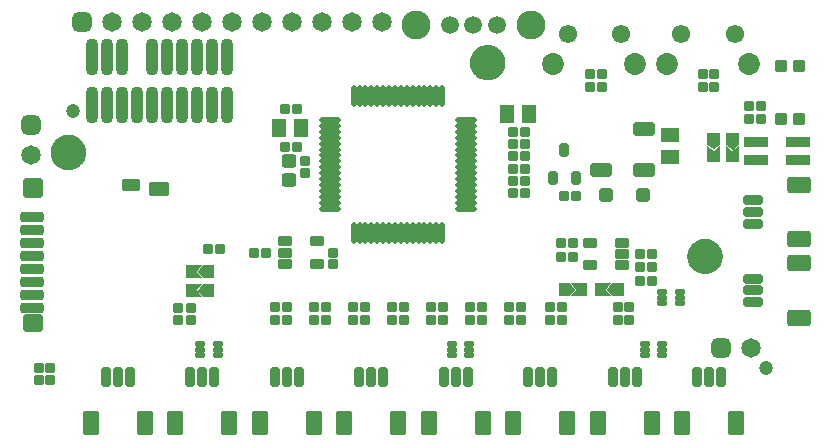
<source format=gbs>
G04*
G04 #@! TF.GenerationSoftware,Altium Limited,Altium Designer,18.1.6 (161)*
G04*
G04 Layer_Color=16711935*
%FSTAX24Y24*%
%MOIN*%
G70*
G01*
G75*
G04:AMPARAMS|DCode=33|XSize=33.6mil|YSize=33.6mil|CornerRadius=6.6mil|HoleSize=0mil|Usage=FLASHONLY|Rotation=270.000|XOffset=0mil|YOffset=0mil|HoleType=Round|Shape=RoundedRectangle|*
%AMROUNDEDRECTD33*
21,1,0.0336,0.0205,0,0,270.0*
21,1,0.0205,0.0336,0,0,270.0*
1,1,0.0131,-0.0102,-0.0102*
1,1,0.0131,-0.0102,0.0102*
1,1,0.0131,0.0102,0.0102*
1,1,0.0131,0.0102,-0.0102*
%
%ADD33ROUNDEDRECTD33*%
G04:AMPARAMS|DCode=35|XSize=33.6mil|YSize=33.6mil|CornerRadius=6.6mil|HoleSize=0mil|Usage=FLASHONLY|Rotation=0.000|XOffset=0mil|YOffset=0mil|HoleType=Round|Shape=RoundedRectangle|*
%AMROUNDEDRECTD35*
21,1,0.0336,0.0205,0,0,0.0*
21,1,0.0205,0.0336,0,0,0.0*
1,1,0.0131,0.0102,-0.0102*
1,1,0.0131,-0.0102,-0.0102*
1,1,0.0131,-0.0102,0.0102*
1,1,0.0131,0.0102,0.0102*
%
%ADD35ROUNDEDRECTD35*%
%ADD36C,0.0474*%
%ADD37R,0.0375X0.0434*%
%ADD38R,0.0434X0.0375*%
G04:AMPARAMS|DCode=40|XSize=31.6mil|YSize=47.4mil|CornerRadius=5.2mil|HoleSize=0mil|Usage=FLASHONLY|Rotation=270.000|XOffset=0mil|YOffset=0mil|HoleType=Round|Shape=RoundedRectangle|*
%AMROUNDEDRECTD40*
21,1,0.0316,0.0370,0,0,270.0*
21,1,0.0213,0.0474,0,0,270.0*
1,1,0.0104,-0.0185,-0.0106*
1,1,0.0104,-0.0185,0.0106*
1,1,0.0104,0.0185,0.0106*
1,1,0.0104,0.0185,-0.0106*
%
%ADD40ROUNDEDRECTD40*%
G04:AMPARAMS|DCode=41|XSize=47.4mil|YSize=43.4mil|CornerRadius=7.5mil|HoleSize=0mil|Usage=FLASHONLY|Rotation=0.000|XOffset=0mil|YOffset=0mil|HoleType=Round|Shape=RoundedRectangle|*
%AMROUNDEDRECTD41*
21,1,0.0474,0.0283,0,0,0.0*
21,1,0.0323,0.0434,0,0,0.0*
1,1,0.0151,0.0161,-0.0142*
1,1,0.0151,-0.0161,-0.0142*
1,1,0.0151,-0.0161,0.0142*
1,1,0.0151,0.0161,0.0142*
%
%ADD41ROUNDEDRECTD41*%
%ADD47C,0.0730*%
%ADD48C,0.0611*%
%ADD49C,0.0595*%
%ADD50C,0.0966*%
G04:AMPARAMS|DCode=51|XSize=65.1mil|YSize=65.1mil|CornerRadius=18.3mil|HoleSize=0mil|Usage=FLASHONLY|Rotation=270.000|XOffset=0mil|YOffset=0mil|HoleType=Round|Shape=RoundedRectangle|*
%AMROUNDEDRECTD51*
21,1,0.0651,0.0285,0,0,270.0*
21,1,0.0285,0.0651,0,0,270.0*
1,1,0.0365,-0.0143,-0.0143*
1,1,0.0365,-0.0143,0.0143*
1,1,0.0365,0.0143,0.0143*
1,1,0.0365,0.0143,-0.0143*
%
%ADD51ROUNDEDRECTD51*%
%ADD52C,0.0651*%
G04:AMPARAMS|DCode=53|XSize=65.1mil|YSize=65.1mil|CornerRadius=18.3mil|HoleSize=0mil|Usage=FLASHONLY|Rotation=180.000|XOffset=0mil|YOffset=0mil|HoleType=Round|Shape=RoundedRectangle|*
%AMROUNDEDRECTD53*
21,1,0.0651,0.0285,0,0,180.0*
21,1,0.0285,0.0651,0,0,180.0*
1,1,0.0365,-0.0143,0.0143*
1,1,0.0365,0.0143,0.0143*
1,1,0.0365,0.0143,-0.0143*
1,1,0.0365,-0.0143,-0.0143*
%
%ADD53ROUNDEDRECTD53*%
G04:AMPARAMS|DCode=90|XSize=31.6mil|YSize=47.4mil|CornerRadius=6.4mil|HoleSize=0mil|Usage=FLASHONLY|Rotation=0.000|XOffset=0mil|YOffset=0mil|HoleType=Round|Shape=RoundedRectangle|*
%AMROUNDEDRECTD90*
21,1,0.0316,0.0346,0,0,0.0*
21,1,0.0189,0.0474,0,0,0.0*
1,1,0.0127,0.0094,-0.0173*
1,1,0.0127,-0.0094,-0.0173*
1,1,0.0127,-0.0094,0.0173*
1,1,0.0127,0.0094,0.0173*
%
%ADD90ROUNDEDRECTD90*%
%ADD91R,0.0789X0.0356*%
G04:AMPARAMS|DCode=92|XSize=39.5mil|YSize=39.5mil|CornerRadius=7.9mil|HoleSize=0mil|Usage=FLASHONLY|Rotation=270.000|XOffset=0mil|YOffset=0mil|HoleType=Round|Shape=RoundedRectangle|*
%AMROUNDEDRECTD92*
21,1,0.0395,0.0236,0,0,270.0*
21,1,0.0236,0.0395,0,0,270.0*
1,1,0.0159,-0.0118,-0.0118*
1,1,0.0159,-0.0118,0.0118*
1,1,0.0159,0.0118,0.0118*
1,1,0.0159,0.0118,-0.0118*
%
%ADD92ROUNDEDRECTD92*%
G04:AMPARAMS|DCode=93|XSize=63.1mil|YSize=49.3mil|CornerRadius=8.1mil|HoleSize=0mil|Usage=FLASHONLY|Rotation=90.000|XOffset=0mil|YOffset=0mil|HoleType=Round|Shape=RoundedRectangle|*
%AMROUNDEDRECTD93*
21,1,0.0631,0.0331,0,0,90.0*
21,1,0.0469,0.0493,0,0,90.0*
1,1,0.0163,0.0165,0.0234*
1,1,0.0163,0.0165,-0.0234*
1,1,0.0163,-0.0165,-0.0234*
1,1,0.0163,-0.0165,0.0234*
%
%ADD93ROUNDEDRECTD93*%
G04:AMPARAMS|DCode=94|XSize=19.8mil|YSize=71mil|CornerRadius=7mil|HoleSize=0mil|Usage=FLASHONLY|Rotation=180.000|XOffset=0mil|YOffset=0mil|HoleType=Round|Shape=RoundedRectangle|*
%AMROUNDEDRECTD94*
21,1,0.0198,0.0571,0,0,180.0*
21,1,0.0059,0.0710,0,0,180.0*
1,1,0.0139,-0.0030,0.0285*
1,1,0.0139,0.0030,0.0285*
1,1,0.0139,0.0030,-0.0285*
1,1,0.0139,-0.0030,-0.0285*
%
%ADD94ROUNDEDRECTD94*%
G04:AMPARAMS|DCode=95|XSize=19.8mil|YSize=71mil|CornerRadius=7mil|HoleSize=0mil|Usage=FLASHONLY|Rotation=270.000|XOffset=0mil|YOffset=0mil|HoleType=Round|Shape=RoundedRectangle|*
%AMROUNDEDRECTD95*
21,1,0.0198,0.0571,0,0,270.0*
21,1,0.0059,0.0710,0,0,270.0*
1,1,0.0139,-0.0285,-0.0030*
1,1,0.0139,-0.0285,0.0030*
1,1,0.0139,0.0285,0.0030*
1,1,0.0139,0.0285,-0.0030*
%
%ADD95ROUNDEDRECTD95*%
G04:AMPARAMS|DCode=96|XSize=43.4mil|YSize=45.4mil|CornerRadius=7.5mil|HoleSize=0mil|Usage=FLASHONLY|Rotation=90.000|XOffset=0mil|YOffset=0mil|HoleType=Round|Shape=RoundedRectangle|*
%AMROUNDEDRECTD96*
21,1,0.0434,0.0303,0,0,90.0*
21,1,0.0283,0.0454,0,0,90.0*
1,1,0.0151,0.0152,0.0142*
1,1,0.0151,0.0152,-0.0142*
1,1,0.0151,-0.0152,-0.0142*
1,1,0.0151,-0.0152,0.0142*
%
%ADD96ROUNDEDRECTD96*%
G04:AMPARAMS|DCode=97|XSize=34.4mil|YSize=19.8mil|CornerRadius=5.5mil|HoleSize=0mil|Usage=FLASHONLY|Rotation=0.000|XOffset=0mil|YOffset=0mil|HoleType=Round|Shape=RoundedRectangle|*
%AMROUNDEDRECTD97*
21,1,0.0344,0.0089,0,0,0.0*
21,1,0.0234,0.0198,0,0,0.0*
1,1,0.0110,0.0117,-0.0044*
1,1,0.0110,-0.0117,-0.0044*
1,1,0.0110,-0.0117,0.0044*
1,1,0.0110,0.0117,0.0044*
%
%ADD97ROUNDEDRECTD97*%
G04:AMPARAMS|DCode=98|XSize=67.1mil|YSize=31.6mil|CornerRadius=9.9mil|HoleSize=0mil|Usage=FLASHONLY|Rotation=180.000|XOffset=0mil|YOffset=0mil|HoleType=Round|Shape=RoundedRectangle|*
%AMROUNDEDRECTD98*
21,1,0.0671,0.0118,0,0,180.0*
21,1,0.0472,0.0316,0,0,180.0*
1,1,0.0198,-0.0236,0.0059*
1,1,0.0198,0.0236,0.0059*
1,1,0.0198,0.0236,-0.0059*
1,1,0.0198,-0.0236,-0.0059*
%
%ADD98ROUNDEDRECTD98*%
G04:AMPARAMS|DCode=99|XSize=55.2mil|YSize=78.9mil|CornerRadius=8.7mil|HoleSize=0mil|Usage=FLASHONLY|Rotation=90.000|XOffset=0mil|YOffset=0mil|HoleType=Round|Shape=RoundedRectangle|*
%AMROUNDEDRECTD99*
21,1,0.0552,0.0614,0,0,90.0*
21,1,0.0378,0.0789,0,0,90.0*
1,1,0.0174,0.0307,0.0189*
1,1,0.0174,0.0307,-0.0189*
1,1,0.0174,-0.0307,-0.0189*
1,1,0.0174,-0.0307,0.0189*
%
%ADD99ROUNDEDRECTD99*%
G04:AMPARAMS|DCode=100|XSize=67.1mil|YSize=31.6mil|CornerRadius=9.9mil|HoleSize=0mil|Usage=FLASHONLY|Rotation=90.000|XOffset=0mil|YOffset=0mil|HoleType=Round|Shape=RoundedRectangle|*
%AMROUNDEDRECTD100*
21,1,0.0671,0.0118,0,0,90.0*
21,1,0.0472,0.0316,0,0,90.0*
1,1,0.0198,0.0059,0.0236*
1,1,0.0198,0.0059,-0.0236*
1,1,0.0198,-0.0059,-0.0236*
1,1,0.0198,-0.0059,0.0236*
%
%ADD100ROUNDEDRECTD100*%
G04:AMPARAMS|DCode=101|XSize=55.2mil|YSize=78.9mil|CornerRadius=8.7mil|HoleSize=0mil|Usage=FLASHONLY|Rotation=0.000|XOffset=0mil|YOffset=0mil|HoleType=Round|Shape=RoundedRectangle|*
%AMROUNDEDRECTD101*
21,1,0.0552,0.0614,0,0,0.0*
21,1,0.0378,0.0789,0,0,0.0*
1,1,0.0174,0.0189,-0.0307*
1,1,0.0174,-0.0189,-0.0307*
1,1,0.0174,-0.0189,0.0307*
1,1,0.0174,0.0189,0.0307*
%
%ADD101ROUNDEDRECTD101*%
G04:AMPARAMS|DCode=102|XSize=35.6mil|YSize=76.9mil|CornerRadius=7.4mil|HoleSize=0mil|Usage=FLASHONLY|Rotation=90.000|XOffset=0mil|YOffset=0mil|HoleType=Round|Shape=RoundedRectangle|*
%AMROUNDEDRECTD102*
21,1,0.0356,0.0620,0,0,90.0*
21,1,0.0207,0.0769,0,0,90.0*
1,1,0.0149,0.0310,0.0103*
1,1,0.0149,0.0310,-0.0103*
1,1,0.0149,-0.0310,-0.0103*
1,1,0.0149,-0.0310,0.0103*
%
%ADD102ROUNDEDRECTD102*%
G04:AMPARAMS|DCode=103|XSize=47.4mil|YSize=69mil|CornerRadius=8.9mil|HoleSize=0mil|Usage=FLASHONLY|Rotation=90.000|XOffset=0mil|YOffset=0mil|HoleType=Round|Shape=RoundedRectangle|*
%AMROUNDEDRECTD103*
21,1,0.0474,0.0512,0,0,90.0*
21,1,0.0295,0.0690,0,0,90.0*
1,1,0.0178,0.0256,0.0148*
1,1,0.0178,0.0256,-0.0148*
1,1,0.0178,-0.0256,-0.0148*
1,1,0.0178,-0.0256,0.0148*
%
%ADD103ROUNDEDRECTD103*%
G04:AMPARAMS|DCode=104|XSize=67.1mil|YSize=67.1mil|CornerRadius=11.4mil|HoleSize=0mil|Usage=FLASHONLY|Rotation=90.000|XOffset=0mil|YOffset=0mil|HoleType=Round|Shape=RoundedRectangle|*
%AMROUNDEDRECTD104*
21,1,0.0671,0.0443,0,0,90.0*
21,1,0.0443,0.0671,0,0,90.0*
1,1,0.0228,0.0221,0.0221*
1,1,0.0228,0.0221,-0.0221*
1,1,0.0228,-0.0221,-0.0221*
1,1,0.0228,-0.0221,0.0221*
%
%ADD104ROUNDEDRECTD104*%
G04:AMPARAMS|DCode=105|XSize=59.2mil|YSize=67.1mil|CornerRadius=10.4mil|HoleSize=0mil|Usage=FLASHONLY|Rotation=90.000|XOffset=0mil|YOffset=0mil|HoleType=Round|Shape=RoundedRectangle|*
%AMROUNDEDRECTD105*
21,1,0.0592,0.0463,0,0,90.0*
21,1,0.0384,0.0671,0,0,90.0*
1,1,0.0208,0.0231,0.0192*
1,1,0.0208,0.0231,-0.0192*
1,1,0.0208,-0.0231,-0.0192*
1,1,0.0208,-0.0231,0.0192*
%
%ADD105ROUNDEDRECTD105*%
G04:AMPARAMS|DCode=106|XSize=39.5mil|YSize=63.1mil|CornerRadius=7.9mil|HoleSize=0mil|Usage=FLASHONLY|Rotation=90.000|XOffset=0mil|YOffset=0mil|HoleType=Round|Shape=RoundedRectangle|*
%AMROUNDEDRECTD106*
21,1,0.0395,0.0472,0,0,90.0*
21,1,0.0236,0.0631,0,0,90.0*
1,1,0.0159,0.0236,0.0118*
1,1,0.0159,0.0236,-0.0118*
1,1,0.0159,-0.0236,-0.0118*
1,1,0.0159,-0.0236,0.0118*
%
%ADD106ROUNDEDRECTD106*%
G04:AMPARAMS|DCode=107|XSize=117.8mil|YSize=37.1mil|CornerRadius=11.3mil|HoleSize=0mil|Usage=FLASHONLY|Rotation=270.000|XOffset=0mil|YOffset=0mil|HoleType=Round|Shape=RoundedRectangle|*
%AMROUNDEDRECTD107*
21,1,0.1178,0.0146,0,0,270.0*
21,1,0.0953,0.0371,0,0,270.0*
1,1,0.0226,-0.0073,-0.0476*
1,1,0.0226,-0.0073,0.0476*
1,1,0.0226,0.0073,0.0476*
1,1,0.0226,0.0073,-0.0476*
%
%ADD107ROUNDEDRECTD107*%
G04:AMPARAMS|DCode=108|XSize=63.1mil|YSize=49.3mil|CornerRadius=8.1mil|HoleSize=0mil|Usage=FLASHONLY|Rotation=0.000|XOffset=0mil|YOffset=0mil|HoleType=Round|Shape=RoundedRectangle|*
%AMROUNDEDRECTD108*
21,1,0.0631,0.0331,0,0,0.0*
21,1,0.0469,0.0493,0,0,0.0*
1,1,0.0163,0.0234,-0.0165*
1,1,0.0163,-0.0234,-0.0165*
1,1,0.0163,-0.0234,0.0165*
1,1,0.0163,0.0234,0.0165*
%
%ADD108ROUNDEDRECTD108*%
G04:AMPARAMS|DCode=109|XSize=74.9mil|YSize=47.4mil|CornerRadius=13.8mil|HoleSize=0mil|Usage=FLASHONLY|Rotation=180.000|XOffset=0mil|YOffset=0mil|HoleType=Round|Shape=RoundedRectangle|*
%AMROUNDEDRECTD109*
21,1,0.0749,0.0197,0,0,180.0*
21,1,0.0472,0.0474,0,0,180.0*
1,1,0.0277,-0.0236,0.0098*
1,1,0.0277,0.0236,0.0098*
1,1,0.0277,0.0236,-0.0098*
1,1,0.0277,-0.0236,-0.0098*
%
%ADD109ROUNDEDRECTD109*%
G36*
X02683Y023895D02*
X026868Y02389D01*
X026906Y023883D01*
X026943Y023873D01*
X02698Y02386D01*
X027016Y023845D01*
X02705Y023828D01*
X027084Y023809D01*
X027116Y023787D01*
X027146Y023764D01*
X027176Y023738D01*
X027203Y023711D01*
X027228Y023682D01*
X027252Y023651D01*
X027273Y023619D01*
X027293Y023586D01*
X02731Y023551D01*
X027325Y023515D01*
X027337Y023479D01*
X027347Y023441D01*
X027355Y023403D01*
X02736Y023365D01*
X027362Y023326D01*
Y023307D01*
Y023288D01*
X02736Y023249D01*
X027355Y023211D01*
X027347Y023173D01*
X027337Y023136D01*
X027325Y023099D01*
X02731Y023063D01*
X027293Y023029D01*
X027273Y022995D01*
X027252Y022963D01*
X027228Y022932D01*
X027203Y022903D01*
X027176Y022876D01*
X027146Y02285D01*
X027116Y022827D01*
X027084Y022805D01*
X02705Y022786D01*
X027016Y022769D01*
X02698Y022754D01*
X026943Y022742D01*
X026906Y022732D01*
X026868Y022724D01*
X02683Y022719D01*
X026791Y022717D01*
X026752D01*
X026714Y022719D01*
X026675Y022724D01*
X026637Y022732D01*
X0266Y022742D01*
X026564Y022754D01*
X026528Y022769D01*
X026493Y022786D01*
X02646Y022805D01*
X026427Y022827D01*
X026397Y02285D01*
X026368Y022876D01*
X02634Y022903D01*
X026315Y022932D01*
X026291Y022963D01*
X02627Y022995D01*
X026251Y023029D01*
X026233Y023063D01*
X026219Y023099D01*
X026206Y023136D01*
X026196Y023173D01*
X026189Y023211D01*
X026184Y023249D01*
X026181Y023288D01*
Y023307D01*
Y023326D01*
X026184Y023365D01*
X026189Y023403D01*
X026196Y023441D01*
X026206Y023479D01*
X026219Y023515D01*
X026233Y023551D01*
X026251Y023586D01*
X02627Y023619D01*
X026291Y023651D01*
X026315Y023682D01*
X02634Y023711D01*
X026368Y023738D01*
X026397Y023764D01*
X026427Y023787D01*
X02646Y023809D01*
X026493Y023828D01*
X026528Y023845D01*
X026564Y02386D01*
X0266Y023873D01*
X026637Y023883D01*
X026675Y02389D01*
X026714Y023895D01*
X026752Y023898D01*
X026791D01*
X02683Y023895D01*
D02*
G37*
G36*
X034521Y020568D02*
X034307Y020408D01*
X034087Y020573D01*
X034087Y020947D01*
X034521Y020947D01*
X034521Y020568D01*
D02*
G37*
G36*
X035149Y020564D02*
X034936Y020404D01*
X034716Y020569D01*
X034716Y020943D01*
X035149Y020943D01*
X035149Y020564D01*
D02*
G37*
G36*
X034304Y02037D02*
X034521Y020533D01*
X034521Y019992D01*
X034087Y019992D01*
Y02054D01*
X034304Y02037D01*
D02*
G37*
G36*
X034932Y020366D02*
X03515Y020529D01*
X03515Y019988D01*
X034716Y019988D01*
X034716Y020536D01*
X034932Y020366D01*
D02*
G37*
G36*
X012853Y020903D02*
X012892Y020898D01*
X012929Y02089D01*
X012967Y02088D01*
X013003Y020868D01*
X013039Y020853D01*
X013074Y020836D01*
X013107Y020817D01*
X013139Y020795D01*
X01317Y020772D01*
X013199Y020746D01*
X013227Y020719D01*
X013252Y02069D01*
X013276Y020659D01*
X013297Y020627D01*
X013316Y020593D01*
X013333Y020559D01*
X013348Y020523D01*
X013361Y020486D01*
X013371Y020449D01*
X013378Y020411D01*
X013383Y020373D01*
X013386Y020334D01*
Y020315D01*
Y020296D01*
X013383Y020257D01*
X013378Y020219D01*
X013371Y020181D01*
X013361Y020143D01*
X013348Y020107D01*
X013333Y020071D01*
X013316Y020036D01*
X013297Y020003D01*
X013276Y019971D01*
X013252Y01994D01*
X013227Y019911D01*
X013199Y019884D01*
X01317Y019858D01*
X013139Y019835D01*
X013107Y019813D01*
X013074Y019794D01*
X013039Y019777D01*
X013003Y019762D01*
X012967Y01975D01*
X012929Y01974D01*
X012892Y019732D01*
X012853Y019727D01*
X012815Y019724D01*
X012776D01*
X012737Y019727D01*
X012699Y019732D01*
X012661Y01974D01*
X012624Y01975D01*
X012587Y019762D01*
X012551Y019777D01*
X012517Y019794D01*
X012483Y019813D01*
X012451Y019835D01*
X01242Y019858D01*
X012391Y019884D01*
X012364Y019911D01*
X012339Y01994D01*
X012315Y019971D01*
X012294Y020003D01*
X012274Y020036D01*
X012257Y020071D01*
X012242Y020107D01*
X01223Y020143D01*
X01222Y020181D01*
X012212Y020219D01*
X012207Y020257D01*
X012205Y020296D01*
Y020315D01*
Y020334D01*
X012207Y020373D01*
X012212Y020411D01*
X01222Y020449D01*
X01223Y020486D01*
X012242Y020523D01*
X012257Y020559D01*
X012274Y020593D01*
X012294Y020627D01*
X012315Y020659D01*
X012339Y02069D01*
X012364Y020719D01*
X012391Y020746D01*
X01242Y020772D01*
X012451Y020795D01*
X012483Y020817D01*
X012517Y020836D01*
X012551Y020853D01*
X012587Y020868D01*
X012624Y02088D01*
X012661Y02089D01*
X012699Y020898D01*
X012737Y020903D01*
X012776Y020906D01*
X012815D01*
X012853Y020903D01*
D02*
G37*
G36*
X034074Y017438D02*
X034112Y017433D01*
X03415Y017426D01*
X034187Y017416D01*
X034224Y017403D01*
X03426Y017389D01*
X034294Y017371D01*
X034328Y017352D01*
X03436Y017331D01*
X034391Y017307D01*
X03442Y017282D01*
X034447Y017254D01*
X034472Y017225D01*
X034496Y017195D01*
X034518Y017162D01*
X034537Y017129D01*
X034554Y017094D01*
X034569Y017059D01*
X034581Y017022D01*
X034591Y016985D01*
X034599Y016947D01*
X034604Y016908D01*
X034606Y01687D01*
Y01685D01*
Y016831D01*
X034604Y016792D01*
X034599Y016754D01*
X034591Y016716D01*
X034581Y016679D01*
X034569Y016642D01*
X034554Y016607D01*
X034537Y016572D01*
X034518Y016538D01*
X034496Y016506D01*
X034472Y016476D01*
X034447Y016446D01*
X03442Y016419D01*
X034391Y016394D01*
X03436Y01637D01*
X034328Y016349D01*
X034294Y016329D01*
X03426Y016312D01*
X034224Y016297D01*
X034187Y016285D01*
X03415Y016275D01*
X034112Y016267D01*
X034074Y016262D01*
X034035Y01626D01*
X033996D01*
X033958Y016262D01*
X033919Y016267D01*
X033882Y016275D01*
X033844Y016285D01*
X033808Y016297D01*
X033772Y016312D01*
X033737Y016329D01*
X033704Y016349D01*
X033672Y01637D01*
X033641Y016394D01*
X033612Y016419D01*
X033584Y016446D01*
X033559Y016476D01*
X033535Y016506D01*
X033514Y016538D01*
X033495Y016572D01*
X033478Y016607D01*
X033463Y016642D01*
X03345Y016679D01*
X03344Y016716D01*
X033433Y016754D01*
X033428Y016792D01*
X033425Y016831D01*
Y01685D01*
Y01687D01*
X033428Y016908D01*
X033433Y016947D01*
X03344Y016985D01*
X03345Y017022D01*
X033463Y017059D01*
X033478Y017094D01*
X033495Y017129D01*
X033514Y017162D01*
X033535Y017195D01*
X033559Y017225D01*
X033584Y017254D01*
X033612Y017282D01*
X033641Y017307D01*
X033672Y017331D01*
X033704Y017352D01*
X033737Y017371D01*
X033772Y017389D01*
X033808Y017403D01*
X033844Y017416D01*
X033882Y017426D01*
X033919Y017433D01*
X033958Y017438D01*
X033996Y017441D01*
X034035D01*
X034074Y017438D01*
D02*
G37*
G36*
X017663Y016555D02*
Y016122D01*
X017283Y016122D01*
X017123Y016335D01*
X017289Y016556D01*
X017663Y016555D01*
D02*
G37*
G36*
X017256Y016555D02*
X017085Y016339D01*
X017248Y016121D01*
X016707Y016121D01*
X016708Y016555D01*
X017256Y016555D01*
D02*
G37*
G36*
X030092Y015954D02*
X030092Y01552D01*
X029544D01*
X029715Y015737D01*
X029551Y015954D01*
X030092Y015954D01*
D02*
G37*
G36*
X029676Y01574D02*
X029511Y01552D01*
X029137Y01552D01*
X029137Y015954D01*
X029517Y015954D01*
X029676Y01574D01*
D02*
G37*
G36*
X031302Y015954D02*
X031302Y01552D01*
X030923Y01552D01*
X030763Y015733D01*
X030928Y015954D01*
X031302Y015954D01*
D02*
G37*
G36*
X030896Y015954D02*
X030725Y015737D01*
X030888Y01552D01*
X030347Y01552D01*
X030347Y015954D01*
X030896Y015954D01*
D02*
G37*
G36*
X017663Y015926D02*
X017663Y015492D01*
X017283Y015492D01*
X017123Y015705D01*
X017289Y015926D01*
X017663Y015926D01*
D02*
G37*
G36*
X017256Y015926D02*
X017085Y015709D01*
X017248Y015491D01*
X016707Y015492D01*
X016708Y015926D01*
X017256Y015926D01*
D02*
G37*
D33*
X035892Y021867D02*
D03*
X035498D02*
D03*
X035892Y021417D02*
D03*
X035498Y021417D02*
D03*
X034331Y02248D02*
D03*
X033937Y02248D02*
D03*
X034331Y022913D02*
D03*
X033937D02*
D03*
X030197Y022913D02*
D03*
X030591Y022913D02*
D03*
X030197Y02248D02*
D03*
X030591Y02248D02*
D03*
X020414Y021758D02*
D03*
X02002Y021758D02*
D03*
X020414Y020498D02*
D03*
X02002Y020498D02*
D03*
X027619Y020984D02*
D03*
X028012Y020984D02*
D03*
X027619Y018973D02*
D03*
X028012Y018973D02*
D03*
X029724Y018858D02*
D03*
X029331Y018858D02*
D03*
X031854Y016929D02*
D03*
X032248Y016929D02*
D03*
X031854Y016496D02*
D03*
X032248D02*
D03*
X032248Y016024D02*
D03*
X031854Y016024D02*
D03*
X029606Y017283D02*
D03*
X029213Y017283D02*
D03*
X029606Y016811D02*
D03*
X029213Y016811D02*
D03*
X031102Y014724D02*
D03*
X031496Y014724D02*
D03*
Y015157D02*
D03*
X031102Y015157D02*
D03*
X029252Y015157D02*
D03*
X028858Y015157D02*
D03*
X029252Y014724D02*
D03*
X028858Y014724D02*
D03*
X027874Y015157D02*
D03*
X02748Y015157D02*
D03*
X027874Y014724D02*
D03*
X02748Y014724D02*
D03*
X026573Y015157D02*
D03*
X02618Y015157D02*
D03*
X02618Y014724D02*
D03*
X026573Y014724D02*
D03*
X025272Y015157D02*
D03*
X024879Y015157D02*
D03*
X024879Y014724D02*
D03*
X025272Y014724D02*
D03*
X023578Y014724D02*
D03*
X023972Y014724D02*
D03*
X023972Y015157D02*
D03*
X023578Y015157D02*
D03*
X022671Y015157D02*
D03*
X022277Y015157D02*
D03*
X022671Y014724D02*
D03*
X022277Y014724D02*
D03*
X020976Y015157D02*
D03*
X02137Y015157D02*
D03*
X020976Y014724D02*
D03*
X02137Y014724D02*
D03*
X019676Y014724D02*
D03*
X020069Y014724D02*
D03*
X019676Y015157D02*
D03*
X020069Y015157D02*
D03*
X01937Y016968D02*
D03*
X018976Y016968D02*
D03*
X017441Y017087D02*
D03*
X017835Y017087D02*
D03*
X011801Y01312D02*
D03*
X012195Y01312D02*
D03*
X011801Y012741D02*
D03*
X012195D02*
D03*
D35*
X020689Y020026D02*
D03*
X020689Y019632D02*
D03*
X027619Y020183D02*
D03*
X027619Y020577D02*
D03*
X028012Y020577D02*
D03*
Y020183D02*
D03*
X028018Y019744D02*
D03*
Y01935D02*
D03*
X027624Y01935D02*
D03*
X027624Y019744D02*
D03*
X01689Y014724D02*
D03*
X01689Y015118D02*
D03*
X016457Y014724D02*
D03*
X016457Y015118D02*
D03*
X021614Y016968D02*
D03*
Y016575D02*
D03*
D36*
X012953Y021693D02*
D03*
X036063Y01311D02*
D03*
D37*
X031115Y015737D02*
D03*
X030535Y015737D02*
D03*
X029905Y015737D02*
D03*
X029324Y015737D02*
D03*
X016895Y016339D02*
D03*
X017475Y016339D02*
D03*
X017475Y015709D02*
D03*
X016895Y015709D02*
D03*
D38*
X034933Y020756D02*
D03*
X034933Y020175D02*
D03*
X034304Y02018D02*
D03*
X034304Y02076D02*
D03*
D40*
X030177Y017303D02*
D03*
Y016555D02*
D03*
X03124D02*
D03*
Y016929D02*
D03*
Y017303D02*
D03*
X02002Y016594D02*
D03*
X02002Y016968D02*
D03*
Y017343D02*
D03*
X021083Y017343D02*
D03*
X021083Y016594D02*
D03*
D41*
X020138Y019396D02*
D03*
X020138Y020026D02*
D03*
D47*
X035494Y023267D02*
D03*
X032734Y023267D02*
D03*
X031699Y023267D02*
D03*
X028939Y023267D02*
D03*
D48*
X035Y024247D02*
D03*
X033228D02*
D03*
X031205Y024247D02*
D03*
X029433Y024247D02*
D03*
D49*
X027087Y024567D02*
D03*
X026299D02*
D03*
X025512Y024567D02*
D03*
D50*
X02439Y024567D02*
D03*
X028209Y024567D02*
D03*
D51*
X013244Y024655D02*
D03*
X034539Y01378D02*
D03*
D52*
X023244Y024655D02*
D03*
X022244Y024655D02*
D03*
X021244D02*
D03*
X020244D02*
D03*
X019244Y024655D02*
D03*
X018244Y024655D02*
D03*
X017244Y024655D02*
D03*
X015244D02*
D03*
X014244Y024655D02*
D03*
X016244D02*
D03*
X035539Y01378D02*
D03*
X011535Y020209D02*
D03*
D53*
X011535Y021209D02*
D03*
D90*
X029705Y019449D02*
D03*
X028957Y019449D02*
D03*
X029331Y020394D02*
D03*
D91*
X035731Y020059D02*
D03*
Y02065D02*
D03*
X037109D02*
D03*
Y020059D02*
D03*
D92*
X037146Y021417D02*
D03*
X036556Y021417D02*
D03*
X037146Y023189D02*
D03*
X036556Y023189D02*
D03*
D93*
X020542Y021128D02*
D03*
X019813D02*
D03*
X028159Y021575D02*
D03*
X027431D02*
D03*
D94*
X025256Y022188D02*
D03*
X025059Y022188D02*
D03*
X024862Y022188D02*
D03*
X024665Y022188D02*
D03*
X024469D02*
D03*
X024272Y022188D02*
D03*
X024075D02*
D03*
X023878Y022188D02*
D03*
X023681Y022188D02*
D03*
X023484Y022188D02*
D03*
X023287D02*
D03*
X023091D02*
D03*
X022894Y022188D02*
D03*
X022697Y022188D02*
D03*
X0225Y022188D02*
D03*
X022303Y022188D02*
D03*
X022303Y017638D02*
D03*
X0225Y017638D02*
D03*
X022697Y017638D02*
D03*
X022894Y017638D02*
D03*
X023091D02*
D03*
X023287Y017638D02*
D03*
X023484D02*
D03*
X023681Y017638D02*
D03*
X023878Y017638D02*
D03*
X024075Y017638D02*
D03*
X024272D02*
D03*
X024469D02*
D03*
X024665Y017638D02*
D03*
X024862Y017638D02*
D03*
X025059Y017638D02*
D03*
X025256Y017638D02*
D03*
D95*
X026055Y018436D02*
D03*
X026055Y018633D02*
D03*
X026055Y01883D02*
D03*
X026055Y019027D02*
D03*
Y019224D02*
D03*
X026055Y019421D02*
D03*
Y019618D02*
D03*
X026055Y019814D02*
D03*
X026055Y020011D02*
D03*
X026055Y020208D02*
D03*
Y020405D02*
D03*
Y020602D02*
D03*
X026055Y020799D02*
D03*
X026055Y020995D02*
D03*
X026055Y021192D02*
D03*
X026055Y021389D02*
D03*
X021505Y021389D02*
D03*
X021505Y021192D02*
D03*
X021505Y020995D02*
D03*
X021505Y020799D02*
D03*
Y020602D02*
D03*
X021505Y020405D02*
D03*
Y020208D02*
D03*
X021505Y020011D02*
D03*
X021505Y019814D02*
D03*
X021505Y019618D02*
D03*
Y019421D02*
D03*
Y019224D02*
D03*
X021505Y019027D02*
D03*
X021505Y01883D02*
D03*
X021505Y018633D02*
D03*
X021505Y018436D02*
D03*
D96*
X030719Y018898D02*
D03*
X031959D02*
D03*
D97*
X032584Y015276D02*
D03*
X032584Y015472D02*
D03*
X032584Y015669D02*
D03*
X033167Y015669D02*
D03*
Y015472D02*
D03*
X033167Y015276D02*
D03*
X032012Y013937D02*
D03*
Y01374D02*
D03*
Y013543D02*
D03*
X032594D02*
D03*
Y01374D02*
D03*
Y013937D02*
D03*
X025575D02*
D03*
Y01374D02*
D03*
Y013543D02*
D03*
X026157D02*
D03*
Y01374D02*
D03*
Y013937D02*
D03*
X017772D02*
D03*
Y01374D02*
D03*
Y013543D02*
D03*
X017189D02*
D03*
Y01374D02*
D03*
Y013937D02*
D03*
D98*
X035629Y018316D02*
D03*
X035629Y01871D02*
D03*
X035629Y017922D02*
D03*
X035629Y015315D02*
D03*
X035629Y016102D02*
D03*
X035629Y015709D02*
D03*
D99*
X037155Y01741D02*
D03*
X037155Y019221D02*
D03*
X037155Y016614D02*
D03*
X037155Y014803D02*
D03*
D100*
X033766Y01281D02*
D03*
X034553D02*
D03*
X034159D02*
D03*
X031342D02*
D03*
X031736D02*
D03*
X030948D02*
D03*
X028131D02*
D03*
X028919D02*
D03*
X028525D02*
D03*
X025314D02*
D03*
X026101D02*
D03*
X025708D02*
D03*
X022497D02*
D03*
X023284D02*
D03*
X022891D02*
D03*
X01968D02*
D03*
X020467D02*
D03*
X020073D02*
D03*
X016862D02*
D03*
X01765D02*
D03*
X017256D02*
D03*
X014045Y01281D02*
D03*
X014833Y01281D02*
D03*
X014439D02*
D03*
D101*
X035065Y011284D02*
D03*
X033254D02*
D03*
X030437D02*
D03*
X032248D02*
D03*
X02943D02*
D03*
X027619D02*
D03*
X026613D02*
D03*
X024802D02*
D03*
X023796D02*
D03*
X021985D02*
D03*
X020979D02*
D03*
X019168D02*
D03*
X018162D02*
D03*
X016351D02*
D03*
X015345Y011284D02*
D03*
X013533Y011284D02*
D03*
D102*
X011575Y015979D02*
D03*
X011575Y016412D02*
D03*
X011575Y017279D02*
D03*
Y015546D02*
D03*
X011575Y015113D02*
D03*
X011575Y018145D02*
D03*
X011575Y017712D02*
D03*
X011575Y016845D02*
D03*
D103*
X015827Y01908D02*
D03*
D104*
X011624Y019109D02*
D03*
D105*
X011624Y014641D02*
D03*
D106*
X014872Y019237D02*
D03*
D107*
X013577Y023482D02*
D03*
Y02188D02*
D03*
X014077Y023482D02*
D03*
X014077Y02188D02*
D03*
X014577Y023482D02*
D03*
X014577Y02188D02*
D03*
X015077Y02188D02*
D03*
X015577Y023482D02*
D03*
X015577Y02188D02*
D03*
X016077Y023482D02*
D03*
X016077Y02188D02*
D03*
X016577Y023482D02*
D03*
X016577Y02188D02*
D03*
X017077Y023482D02*
D03*
Y02188D02*
D03*
X017577Y023482D02*
D03*
X017577Y02188D02*
D03*
X018077Y023482D02*
D03*
X018077Y02188D02*
D03*
D108*
X032835Y020896D02*
D03*
X032835Y020167D02*
D03*
D109*
X030551Y019724D02*
D03*
X031969D02*
D03*
X031969Y021102D02*
D03*
M02*

</source>
